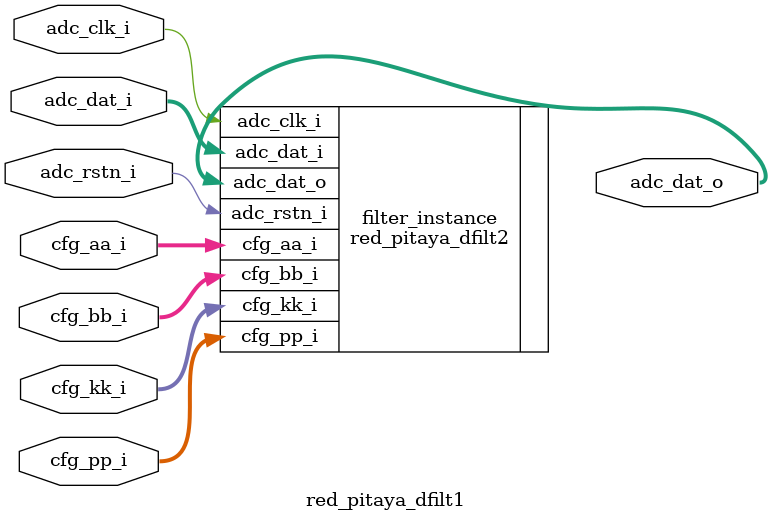
<source format=v>
module red_pitaya_dfilt1 (
    // interface 
    input wire adc_clk_i,
    input wire adc_rstn_i,
    input wire [13:0] adc_dat_i,
    output wire [13:0] adc_dat_o,

    input wire [17:0] cfg_aa_i,
    input wire [24:0] cfg_bb_i,
    input wire [24:0] cfg_kk_i,
    input wire [24:0] cfg_pp_i
);

    // SystemVerilog Modulation
    red_pitaya_dfilt2 filter_instance (
        .adc_clk_i(adc_clk_i),
        .adc_rstn_i(adc_rstn_i),
        .adc_dat_i(adc_dat_i),
        .adc_dat_o(adc_dat_o),
        .cfg_aa_i(cfg_aa_i),
        .cfg_bb_i(cfg_bb_i),
        .cfg_kk_i(cfg_kk_i),
        .cfg_pp_i(cfg_pp_i)
    );

endmodule

</source>
